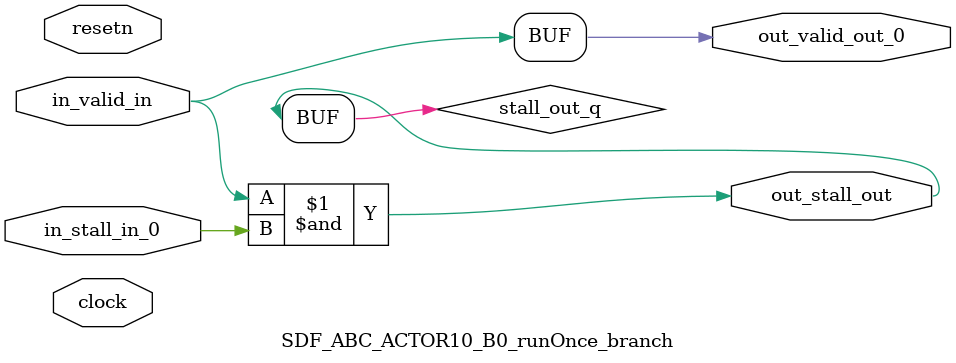
<source format=sv>



(* altera_attribute = "-name AUTO_SHIFT_REGISTER_RECOGNITION OFF; -name MESSAGE_DISABLE 10036; -name MESSAGE_DISABLE 10037; -name MESSAGE_DISABLE 14130; -name MESSAGE_DISABLE 14320; -name MESSAGE_DISABLE 15400; -name MESSAGE_DISABLE 14130; -name MESSAGE_DISABLE 10036; -name MESSAGE_DISABLE 12020; -name MESSAGE_DISABLE 12030; -name MESSAGE_DISABLE 12010; -name MESSAGE_DISABLE 12110; -name MESSAGE_DISABLE 14320; -name MESSAGE_DISABLE 13410; -name MESSAGE_DISABLE 113007; -name MESSAGE_DISABLE 10958" *)
module SDF_ABC_ACTOR10_B0_runOnce_branch (
    input wire [0:0] in_stall_in_0,
    input wire [0:0] in_valid_in,
    output wire [0:0] out_stall_out,
    output wire [0:0] out_valid_out_0,
    input wire clock,
    input wire resetn
    );

    wire [0:0] stall_out_q;


    // stall_out(LOGICAL,6)
    assign stall_out_q = in_valid_in & in_stall_in_0;

    // out_stall_out(GPOUT,4)
    assign out_stall_out = stall_out_q;

    // out_valid_out_0(GPOUT,5)
    assign out_valid_out_0 = in_valid_in;

endmodule

</source>
